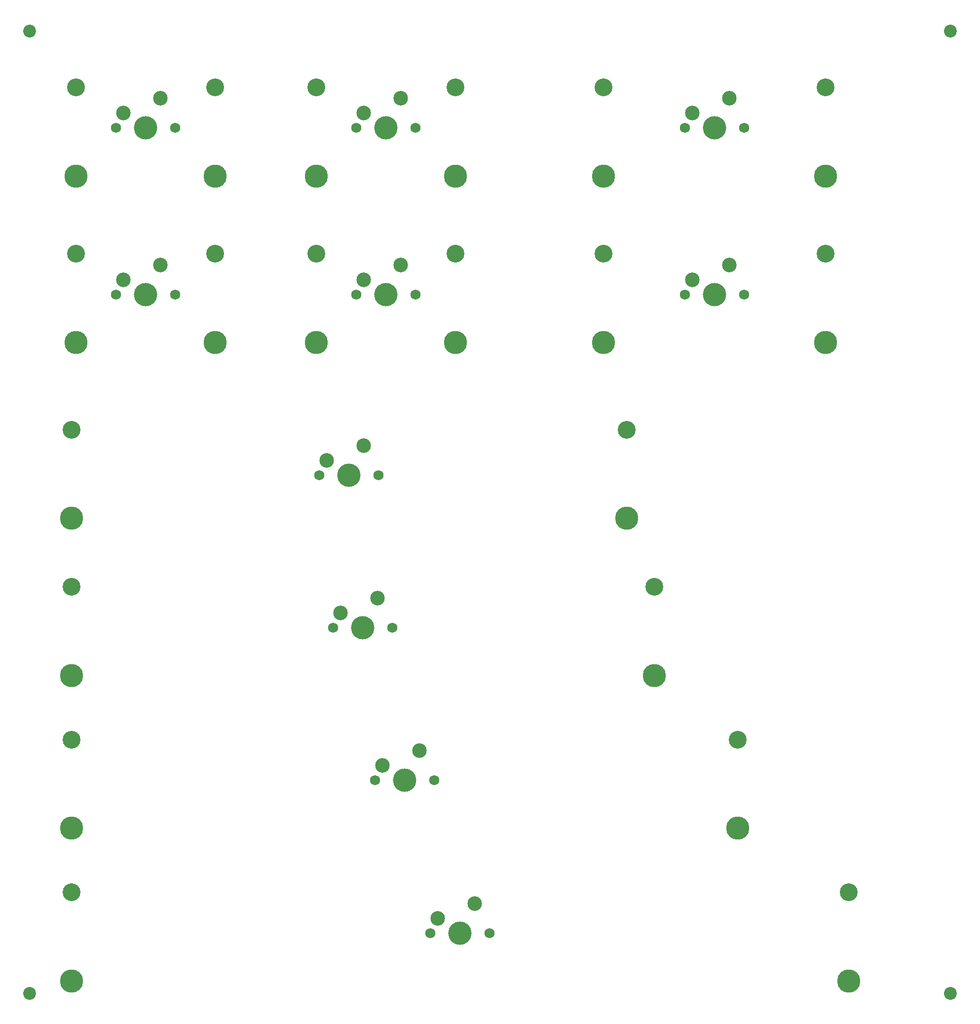
<source format=gbr>
%TF.GenerationSoftware,KiCad,Pcbnew,7.0.7*%
%TF.CreationDate,2023-09-19T16:24:47+02:00*%
%TF.ProjectId,StabTester,53746162-5465-4737-9465-722e6b696361,rev?*%
%TF.SameCoordinates,Original*%
%TF.FileFunction,Soldermask,Bot*%
%TF.FilePolarity,Negative*%
%FSLAX46Y46*%
G04 Gerber Fmt 4.6, Leading zero omitted, Abs format (unit mm)*
G04 Created by KiCad (PCBNEW 7.0.7) date 2023-09-19 16:24:47*
%MOMM*%
%LPD*%
G01*
G04 APERTURE LIST*
%ADD10C,2.200000*%
%ADD11C,3.987800*%
%ADD12C,3.048000*%
%ADD13C,1.750000*%
%ADD14C,4.000000*%
%ADD15C,2.500000*%
G04 APERTURE END LIST*
D10*
%TO.C,H10*%
X249237500Y-53181250D03*
%TD*%
%TO.C,H9*%
X249237500Y-218281250D03*
%TD*%
%TO.C,H8*%
X91281250Y-218281250D03*
%TD*%
%TO.C,H7*%
X91281250Y-53181250D03*
%TD*%
D11*
%TO.C,H2*%
X189762000Y-78075000D03*
D12*
X227862000Y-62865000D03*
D11*
X227862000Y-78075000D03*
D12*
X189762000Y-62865000D03*
%TD*%
D13*
%TO.C,MX1*%
X160655000Y-181768750D03*
X150495000Y-181768750D03*
D14*
X155575000Y-181768750D03*
D15*
X151765000Y-179228750D03*
X158115000Y-176688750D03*
%TD*%
D12*
%TO.C,H4*%
X198431250Y-148590000D03*
D11*
X198431250Y-163800000D03*
D12*
X98431250Y-148590000D03*
D11*
X98431250Y-163800000D03*
%TD*%
%TO.C,H1*%
X123063000Y-106650000D03*
X99187000Y-106650000D03*
D12*
X123063000Y-91440000D03*
X99187000Y-91440000D03*
%TD*%
%TO.C,H1*%
X140462000Y-91440000D03*
D11*
X140462000Y-106650000D03*
X164338000Y-106650000D03*
D12*
X164338000Y-91440000D03*
%TD*%
%TO.C,H5*%
X212725000Y-174783750D03*
D11*
X98425000Y-189993750D03*
X212725000Y-189993750D03*
D12*
X98425000Y-174783750D03*
%TD*%
D14*
%TO.C,MX3*%
X152400000Y-69850000D03*
D13*
X147320000Y-69850000D03*
X157480000Y-69850000D03*
D15*
X148590000Y-67310000D03*
X154940000Y-64770000D03*
%TD*%
D14*
%TO.C,MX3*%
X111125000Y-98425000D03*
D13*
X116205000Y-98425000D03*
X106045000Y-98425000D03*
D15*
X107315000Y-95885000D03*
X113665000Y-93345000D03*
%TD*%
D12*
%TO.C,H3*%
X98480750Y-121602500D03*
X193730750Y-121602500D03*
D11*
X98480750Y-136812500D03*
X193730750Y-136812500D03*
%TD*%
D13*
%TO.C,MX5*%
X203676250Y-69850000D03*
X213836250Y-69850000D03*
D14*
X208756250Y-69850000D03*
D15*
X204946250Y-67310000D03*
X211296250Y-64770000D03*
%TD*%
D13*
%TO.C,MX4*%
X140970000Y-129381250D03*
X151130000Y-129381250D03*
D14*
X146050000Y-129381250D03*
D15*
X142240000Y-126841250D03*
X148590000Y-124301250D03*
%TD*%
D12*
%TO.C,H1*%
X164338000Y-62865000D03*
D11*
X140462000Y-78075000D03*
D12*
X140462000Y-62865000D03*
D11*
X164338000Y-78075000D03*
%TD*%
D12*
%TO.C,H1*%
X123063000Y-62865000D03*
X99187000Y-62865000D03*
D11*
X123063000Y-78075000D03*
X99187000Y-78075000D03*
%TD*%
D12*
%TO.C,H6*%
X98425000Y-200977500D03*
D11*
X98425000Y-216187500D03*
D12*
X231775000Y-200977500D03*
D11*
X231775000Y-216187500D03*
%TD*%
D13*
%TO.C,MX5*%
X203676250Y-98425000D03*
X213836250Y-98425000D03*
D14*
X208756250Y-98425000D03*
D15*
X204946250Y-95885000D03*
X211296250Y-93345000D03*
%TD*%
D13*
%TO.C,MX3*%
X157480000Y-98425000D03*
D14*
X152400000Y-98425000D03*
D13*
X147320000Y-98425000D03*
D15*
X148590000Y-95885000D03*
X154940000Y-93345000D03*
%TD*%
D13*
%TO.C,MX6*%
X153511250Y-155575000D03*
D14*
X148431250Y-155575000D03*
D13*
X143351250Y-155575000D03*
D15*
X144621250Y-153035000D03*
X150971250Y-150495000D03*
%TD*%
D13*
%TO.C,MX3*%
X116205000Y-69850000D03*
X106045000Y-69850000D03*
D14*
X111125000Y-69850000D03*
D15*
X107315000Y-67310000D03*
X113665000Y-64770000D03*
%TD*%
D12*
%TO.C,H2*%
X227862000Y-91440000D03*
D11*
X189762000Y-106650000D03*
D12*
X189762000Y-91440000D03*
D11*
X227862000Y-106650000D03*
%TD*%
D14*
%TO.C,MX2*%
X165100000Y-207962500D03*
D13*
X160020000Y-207962500D03*
X170180000Y-207962500D03*
D15*
X161290000Y-205422500D03*
X167640000Y-202882500D03*
%TD*%
M02*

</source>
